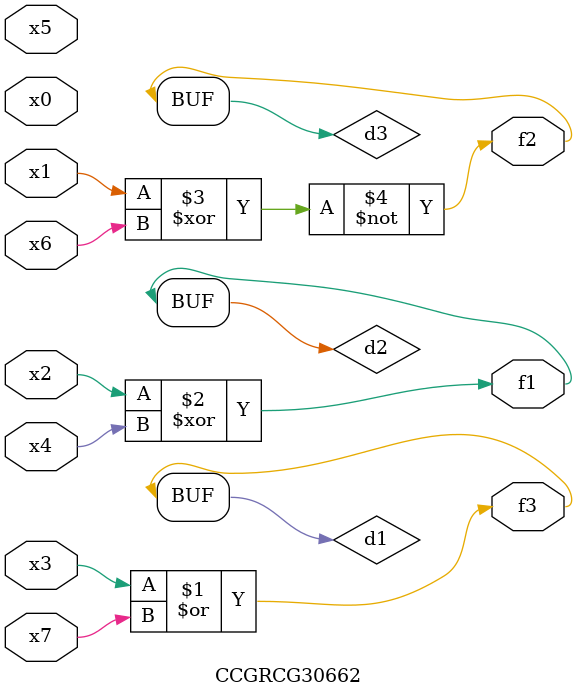
<source format=v>
module CCGRCG30662(
	input x0, x1, x2, x3, x4, x5, x6, x7,
	output f1, f2, f3
);

	wire d1, d2, d3;

	or (d1, x3, x7);
	xor (d2, x2, x4);
	xnor (d3, x1, x6);
	assign f1 = d2;
	assign f2 = d3;
	assign f3 = d1;
endmodule

</source>
